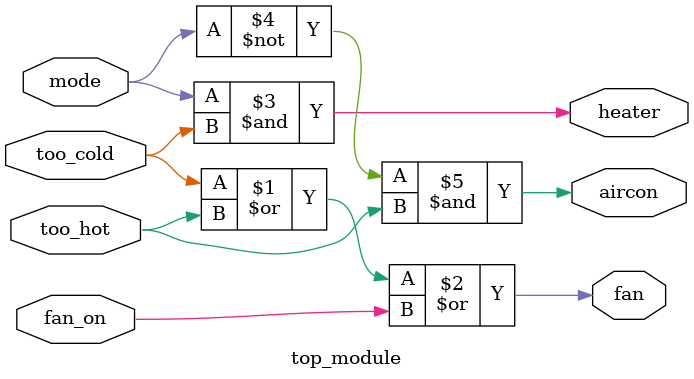
<source format=sv>
module top_module(
    input mode,
    input too_cold,
    input too_hot,
    input fan_on,
    output heater,
    output aircon,
    output fan
);

    assign fan = too_cold | too_hot | fan_on;
    assign heater = mode & too_cold;
    assign aircon = ~mode & too_hot;

endmodule

</source>
